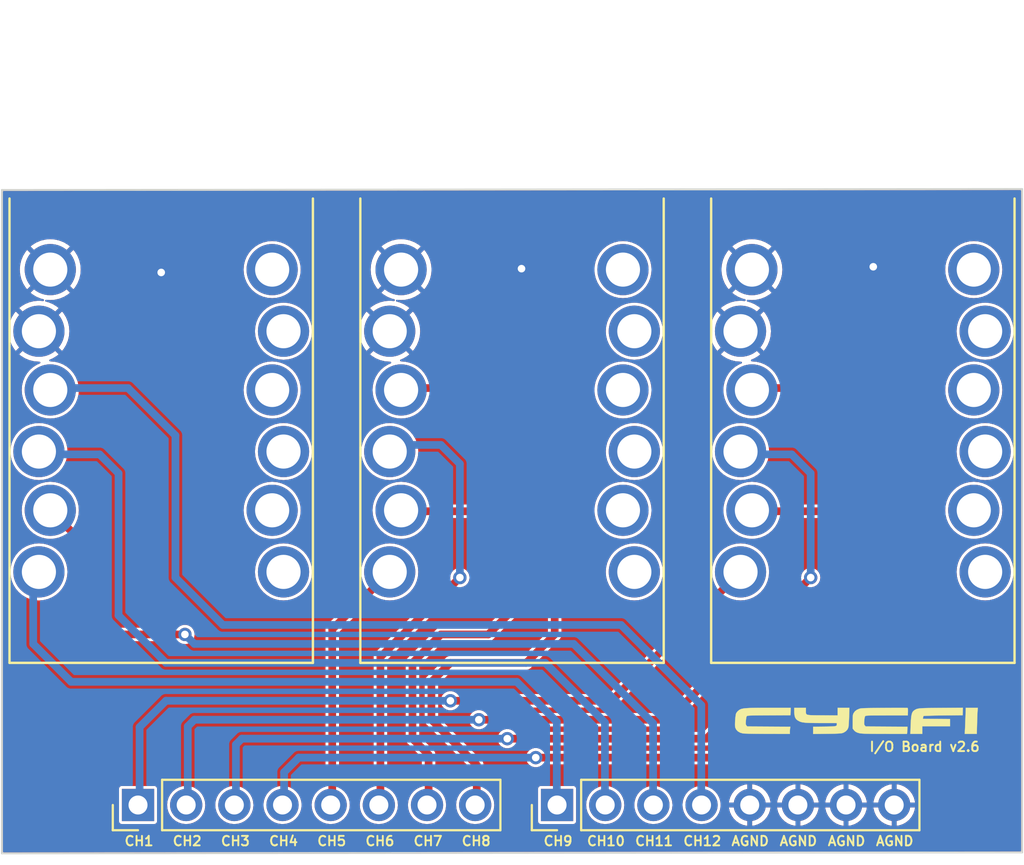
<source format=kicad_pcb>
(kicad_pcb (version 20211014) (generator pcbnew)
  (layers (0 "F.Cu" signal) (31 "B.Cu" signal) (34 "B.Paste" user) (35 "F.Paste" user) (36 "B.SilkS" user "B.Silkscreen") (37 "F.SilkS" user "F.Silkscreen") (38 "B.Mask" user) (39 "F.Mask" user) (44 "Edge.Cuts" user))
  (net 0 "")
  (net 1 "GND")
  (net 2 "CH1")
  (net 3 "CH2")
  (net 4 "CH3")
  (net 5 "CH4")
  (net 6 "CH5")
  (net 7 "CH6")
  (net 8 "CH7")
  (net 9 "CH8")
  (net 10 "CH9")
  (net 11 "CH10")
  (net 12 "CH11")
  (net 13 "CH12")
  (footprint "io_module:ZHEJINAG_CK_6.35" (layer "F.Cu") (at 130.0011 87.4786 90)
    (fp_text reference "J3" hide)
    (fp_text value "ZHEJINAG_CK_STSJACKS" hide)
    (fp_line (start -25 8) (end -25 -8) (layer "F.SilkS") (width 0.127))
    (fp_line (start -0.5 -8) (end -25 -8) (layer "F.SilkS") (width 0.127))
    (fp_line (start -0.5 8) (end -25 8) (layer "F.SilkS") (width 0.127))
    (pad "2R" thru_hole circle (at -13.85 -6.45 90) (size 2.7 2.7) (drill 1.8) (layers *.Cu *.Mask) (net 11 "CH10"))
    (pad "2RS" thru_hole circle (at -13.85 6.45 90) (size 2.7 2.7) (drill 1.8) (layers *.Cu *.Mask))
    (pad "2S" thru_hole circle (at -7.5 -6.45 90) (size 2.7 2.7) (drill 1.8) (layers *.Cu *.Mask) (net 1 "GND"))
    (pad "2SS" thru_hole circle (at -7.5 6.45 90) (size 2.7 2.7) (drill 1.8) (layers *.Cu *.Mask))
    (pad "2T" thru_hole circle (at -20.2 -6.45 90) (size 2.7 2.7) (drill 1.8) (layers *.Cu *.Mask) (net 10 "CH9"))
    (pad "2TS" thru_hole circle (at -20.2 6.45 90) (size 2.7 2.7) (drill 1.8) (layers *.Cu *.Mask))
    (pad "R" thru_hole circle (at -10.6 -5.85 90) (size 2.7 2.7) (drill 1.8) (layers *.Cu *.Mask) (net 13 "CH12"))
    (pad "RS" thru_hole circle (at -10.6 5.85 90) (size 2.7 2.7) (drill 1.8) (layers *.Cu *.Mask))
    (pad "S" thru_hole circle (at -4.25 -5.85 90) (size 2.7 2.7) (drill 1.8) (layers *.Cu *.Mask) (net 1 "GND"))
    (pad "SS" thru_hole circle (at -4.25 5.85 90) (size 2.7 2.7) (drill 1.8) (layers *.Cu *.Mask))
    (pad "T" thru_hole circle (at -16.95 -5.85 90) (size 2.7 2.7) (drill 1.8) (layers *.Cu *.Mask) (net 12 "CH11"))
    (pad "TS" thru_hole circle (at -16.95 5.85 90) (size 2.7 2.7) (drill 1.8) (layers *.Cu *.Mask))
  )
  (footprint "io_module:ZHEJINAG_CK_6.35" (layer "F.Cu") (at 148.5011 87.4786 90)
    (fp_text reference "J2" hide)
    (fp_text value "ZHEJINAG_CK_STSJACKS" hide)
    (fp_line (start -0.5 8) (end -25 8) (layer "F.SilkS") (width 0.127))
    (fp_line (start -0.5 -8) (end -25 -8) (layer "F.SilkS") (width 0.127))
    (fp_line (start -25 8) (end -25 -8) (layer "F.SilkS") (width 0.127))
    (pad "2R" thru_hole circle (at -13.85 -6.45 90) (size 2.7 2.7) (drill 1.8) (layers *.Cu *.Mask) (net 7 "CH6"))
    (pad "2RS" thru_hole circle (at -13.85 6.45 90) (size 2.7 2.7) (drill 1.8) (layers *.Cu *.Mask))
    (pad "2S" thru_hole circle (at -7.5 -6.45 90) (size 2.7 2.7) (drill 1.8) (layers *.Cu *.Mask) (net 1 "GND"))
    (pad "2SS" thru_hole circle (at -7.5 6.45 90) (size 2.7 2.7) (drill 1.8) (layers *.Cu *.Mask))
    (pad "2T" thru_hole circle (at -20.2 -6.45 90) (size 2.7 2.7) (drill 1.8) (layers *.Cu *.Mask) (net 6 "CH5"))
    (pad "2TS" thru_hole circle (at -20.2 6.45 90) (size 2.7 2.7) (drill 1.8) (layers *.Cu *.Mask))
    (pad "R" thru_hole circle (at -10.6 -5.85 90) (size 2.7 2.7) (drill 1.8) (layers *.Cu *.Mask) (net 9 "CH8"))
    (pad "RS" thru_hole circle (at -10.6 5.85 90) (size 2.7 2.7) (drill 1.8) (layers *.Cu *.Mask))
    (pad "S" thru_hole circle (at -4.25 -5.85 90) (size 2.7 2.7) (drill 1.8) (layers *.Cu *.Mask) (net 1 "GND"))
    (pad "SS" thru_hole circle (at -4.25 5.85 90) (size 2.7 2.7) (drill 1.8) (layers *.Cu *.Mask))
    (pad "T" thru_hole circle (at -16.95 -5.85 90) (size 2.7 2.7) (drill 1.8) (layers *.Cu *.Mask) (net 8 "CH7"))
    (pad "TS" thru_hole circle (at -16.95 5.85 90) (size 2.7 2.7) (drill 1.8) (layers *.Cu *.Mask))
  )
  (footprint "cycfi_library:cycfi-logo-12mm" (layer "F.Cu") (at 166.624 115.57)
    (fp_text reference "G***" hide)
    (fp_text value "LOGO" hide)
    (fp_poly (pts (xy 2.458289 -0.717293) (xy 2.579643 -0.716703) (xy 2.669247 -0.715753) (xy 2.723241 -0.714444) (xy 2.738007 -0.713246) (xy 2.750615 -0.688425) (xy 2.756507 -0.625109) (xy 2.755822 -0.521694) (xy 2.755456 -0.510748) (xy 2.748662 -0.3175) (xy 1.642195 -0.3175) (xy 1.396808 -0.317428) (xy 1.190284 -0.317135) (xy 1.019152 -0.316507) (xy 0.879941 -0.315427) (xy 0.76918 -0.31378) (xy 0.6834 -0.311452) (xy 0.619129 -0.308326) (xy 0.572897 -0.304288) (xy 0.541233 -0.299223) (xy 0.520666 -0.293014) (xy 0.507727 -0.285548) (xy 0.501437 -0.279609) (xy 0.480977 -0.238706) (xy 0.465454 -0.164463) (xy 0.454005 -0.052619) (xy 0.453209 -0.041484) (xy 0.447454 0.053968) (xy 0.446959 0.117538) (xy 0.452902 0.15948) (xy 0.466464 0.190049) (xy 0.482335 0.211667) (xy 0.525398 0.264584) (xy 2.7305 0.2782) (xy 2.7305 0.368979) (xy 2.727317 0.450662) (xy 2.719428 0.539093) (xy 2.71704 0.557963) (xy 2.703579 0.656167) (xy 1.526415 0.654484) (xy 1.251761 0.653839) (xy 1.016478 0.652705) (xy 0.817604 0.651012) (xy 0.652178 0.648694) (xy 0.51724 0.645682) (xy 0.409827 0.64191) (xy 0.32698 0.637308) (xy 0.265738 0.63181) (xy 0.223138 0.625347) (xy 0.219468 0.624575) (xy 0.098793 0.592132) (xy 0.009362 0.551688) (xy -0.059866 0.497244) (xy -0.099447 0.451258) (xy -0.15875 0.373305) (xy -0.157507 0.012028) (xy -0.156612 -0.12237) (xy -0.15446 -0.221985) (xy -0.150256 -0.294363) (xy -0.143203 -0.347051) (xy -0.132506 -0.387597) (xy -0.11737 -0.423547) (xy -0.110077 -0.437982) (xy -0.03867 -0.537444) (xy 0.06206 -0.613809) (xy 0.1905 -0.668872) (xy 0.218662 -0.677053) (xy 0.251395 -0.684041) (xy 0.292246 -0.689957) (xy 0.344758 -0.694926) (xy 0.412477 -0.699069) (xy 0.498947 -0.70251) (xy 0.607713 -0.705372) (xy 0.74232 -0.707778) (xy 0.906311 -0.70985) (xy 1.103233 -0.711713) (xy 1.336629 -0.713487) (xy 1.510341 -0.714657) (xy 1.732554 -0.715943) (xy 1.942316 -0.716846) (xy 2.135765 -0.717368) (xy 2.309043 -0.717516) (xy 2.458289 -0.717293)) (layer "F.SilkS") (width 0.01) (fill solid))
    (fp_poly (pts (xy 6.427196 -0.555625) (xy 6.422937 -0.487314) (xy 6.418036 -0.385011) (xy 6.412818 -0.257049) (xy 6.40761 -0.111758) (xy 6.40274 0.042531) (xy 6.400214 0.132292) (xy 6.38617 0.656167) (xy 5.751894 0.656167) (xy 5.764853 0.407459) (xy 5.769694 0.305374) (xy 5.775268 0.172888) (xy 5.781114 0.021915) (xy 5.786769 -0.135631) (xy 5.791541 -0.280458) (xy 5.805271 -0.719666) (xy 6.440133 -0.719666) (xy 6.427196 -0.555625)) (layer "F.SilkS") (width 0.01) (fill solid))
    (fp_poly (pts (xy -3.433497 -0.523875) (xy -3.439583 -0.328083) (xy -4.574176 -0.322609) (xy -4.823285 -0.321327) (xy -5.03347 -0.320001) (xy -5.208141 -0.318508) (xy -5.350708 -0.316723) (xy -5.46458 -0.314524) (xy -5.553168 -0.311786) (xy -5.61988 -0.308387) (xy -5.668126 -0.304202) (xy -5.701317 -0.299108) (xy -5.722861 -0.292981) (xy -5.736168 -0.285698) (xy -5.742025 -0.280276) (xy -5.762828 -0.235783) (xy -5.778991 -0.152616) (xy -5.789938 -0.042333) (xy -5.796037 0.053263) (xy -5.79682 0.116947) (xy -5.791149 0.158934) (xy -5.777888 0.18944) (xy -5.761682 0.211667) (xy -5.718769 0.264584) (xy -4.58194 0.271367) (xy -3.445112 0.278151) (xy -3.45799 0.356034) (xy -3.465768 0.425199) (xy -3.470481 0.50958) (xy -3.4711 0.545042) (xy -3.471333 0.656167) (xy -4.651375 0.653692) (xy -4.874741 0.652897) (xy -5.088305 0.65151) (xy -5.287778 0.649601) (xy -5.46887 0.64724) (xy -5.62729 0.644496) (xy -5.758751 0.641441) (xy -5.858961 0.638144) (xy -5.92363 0.634675) (xy -5.943241 0.632599) (xy -6.091356 0.591407) (xy -6.211051 0.523044) (xy -6.299432 0.429729) (xy -6.352026 0.319085) (xy -6.360918 0.260719) (xy -6.364185 0.172024) (xy -6.362512 0.063127) (xy -6.356581 -0.055848) (xy -6.347076 -0.174775) (xy -6.334681 -0.283528) (xy -6.320079 -0.371982) (xy -6.303955 -0.430012) (xy -6.301019 -0.436303) (xy -6.233427 -0.528814) (xy -6.14091 -0.606798) (xy -6.074602 -0.64263) (xy -6.030154 -0.658778) (xy -5.977749 -0.672584) (xy -5.913992 -0.684218) (xy -5.835494 -0.693851) (xy -5.738861 -0.701656) (xy -5.620701 -0.707802) (xy -5.477623 -0.712462) (xy -5.306233 -0.715807) (xy -5.103142 -0.718008) (xy -4.864955 -0.719235) (xy -4.588281 -0.719661) (xy -4.548507 -0.719666) (xy -3.427411 -0.719666) (xy -3.433497 -0.523875)) (layer "F.SilkS") (width 0.01) (fill solid))
    (fp_poly (pts (xy -2.624666 -0.564197) (xy -2.625263 -0.506358) (xy -2.624542 -0.458817) (xy -2.618735 -0.420537) (xy -2.604073 -0.390483) (xy -2.57679 -0.367618) (xy -2.533117 -0.350906) (xy -2.469286 -0.339312) (xy -2.381529 -0.331799) (xy -2.266079 -0.32733) (xy -2.119167 -0.324871) (xy -1.937025 -0.323385) (xy -1.744052 -0.322055) (xy -0.9525 -0.316027) (xy -0.9525 -0.719666) (xy -0.332129 -0.719666) (xy -0.347027 -0.248708) (xy -0.352474 -0.105526) (xy -0.359294 0.028892) (xy -0.366963 0.146846) (xy -0.374957 0.24064) (xy -0.382753 0.302574) (xy -0.385404 0.315567) (xy -0.431879 0.418739) (xy -0.512013 0.509534) (xy -0.617327 0.579636) (xy -0.681458 0.605888) (xy -0.717996 0.616114) (xy -0.762052 0.62449) (xy -0.818388 0.631272) (xy -0.891761 0.636716) (xy -0.986931 0.641081) (xy -1.108656 0.644623) (xy -1.261696 0.647598) (xy -1.450809 0.650264) (xy -1.518708 0.651082) (xy -2.243666 0.659555) (xy -2.243666 0.278655) (xy -1.654219 0.271619) (xy -1.469956 0.269181) (xy -1.323652 0.266196) (xy -1.210932 0.261828) (xy -1.127425 0.255241) (xy -1.068755 0.245599) (xy -1.030549 0.232065) (xy -1.008433 0.213805) (xy -0.998034 0.189981) (xy -0.994979 0.159759) (xy -0.994833 0.145575) (xy -0.994833 0.084667) (xy -1.772708 0.084013) (xy -2.015639 0.083284) (xy -2.220426 0.081341) (xy -2.391245 0.077887) (xy -2.532276 0.072621) (xy -2.647698 0.065248) (xy -2.741688 0.055469) (xy -2.818425 0.042985) (xy -2.882087 0.027499) (xy -2.936853 0.008712) (xy -2.959072 -0.000616) (xy -3.065769 -0.058164) (xy -3.143268 -0.126926) (xy -3.195253 -0.213675) (xy -3.22541 -0.325181) (xy -3.237424 -0.468217) (xy -3.238035 -0.513291) (xy -3.2385 -0.719666) (xy -2.624666 -0.719666) (xy -2.624666 -0.564197)) (layer "F.SilkS") (width 0.01) (fill solid))
    (fp_poly (pts (xy 5.647022 -0.525349) (xy 5.640917 -0.328083) (xy 4.620668 -0.3175) (xy 4.373222 -0.314499) (xy 4.155546 -0.310966) (xy 3.969629 -0.306961) (xy 3.817462 -0.302545) (xy 3.701035 -0.297778) (xy 3.622339 -0.292722) (xy 3.583365 -0.287438) (xy 3.579647 -0.28575) (xy 3.562517 -0.250644) (xy 3.552145 -0.201083) (xy 3.545417 -0.137583) (xy 4.974167 -0.126437) (xy 4.974167 0.254) (xy 3.513667 0.254) (xy 3.513667 0.656167) (xy 2.884029 0.656167) (xy 2.893366 0.365125) (xy 2.901406 0.147314) (xy 2.910825 -0.032472) (xy 2.922507 -0.17854) (xy 2.937334 -0.295194) (xy 2.956186 -0.386742) (xy 2.979947 -0.457489) (xy 3.009498 -0.51174) (xy 3.045721 -0.553801) (xy 3.088463 -0.587291) (xy 3.126564 -0.612116) (xy 3.162878 -0.633239) (xy 3.201054 -0.650986) (xy 3.244737 -0.665683) (xy 3.297576 -0.677656) (xy 3.363218 -0.687231) (xy 3.445308 -0.694733) (xy 3.547496 -0.700487) (xy 3.673428 -0.70482) (xy 3.82675 -0.708057) (xy 4.011111 -0.710524) (xy 4.230158 -0.712546) (xy 4.487537 -0.714449) (xy 4.514606 -0.714639) (xy 5.653128 -0.722613) (xy 5.647022 -0.525349)) (layer "F.SilkS") (width 0.01) (fill solid))
  )
  (footprint "io_module:ZHEJINAG_CK_6.35" (layer "F.Cu") (at 167.0011 87.4786 90)
    (fp_text reference "J1" hide)
    (fp_text value "ZHEJINAG_CK_STSJACKS" hide)
    (fp_line (start -25 8) (end -25 -8) (layer "F.SilkS") (width 0.127))
    (fp_line (start -0.5 -8) (end -25 -8) (layer "F.SilkS") (width 0.127))
    (fp_line (start -0.5 8) (end -25 8) (layer "F.SilkS") (width 0.127))
    (pad "2R" thru_hole circle (at -13.85 -6.45 90) (size 2.7 2.7) (drill 1.8) (layers *.Cu *.Mask) (net 3 "CH2"))
    (pad "2RS" thru_hole circle (at -13.85 6.45 90) (size 2.7 2.7) (drill 1.8) (layers *.Cu *.Mask))
    (pad "2S" thru_hole circle (at -7.5 -6.45 90) (size 2.7 2.7) (drill 1.8) (layers *.Cu *.Mask) (net 1 "GND"))
    (pad "2SS" thru_hole circle (at -7.5 6.45 90) (size 2.7 2.7) (drill 1.8) (layers *.Cu *.Mask))
    (pad "2T" thru_hole circle (at -20.2 -6.45 90) (size 2.7 2.7) (drill 1.8) (layers *.Cu *.Mask) (net 2 "CH1"))
    (pad "2TS" thru_hole circle (at -20.2 6.45 90) (size 2.7 2.7) (drill 1.8) (layers *.Cu *.Mask))
    (pad "R" thru_hole circle (at -10.6 -5.85 90) (size 2.7 2.7) (drill 1.8) (layers *.Cu *.Mask) (net 5 "CH4"))
    (pad "RS" thru_hole circle (at -10.6 5.85 90) (size 2.7 2.7) (drill 1.8) (layers *.Cu *.Mask))
    (pad "S" thru_hole circle (at -4.25 -5.85 90) (size 2.7 2.7) (drill 1.8) (layers *.Cu *.Mask) (net 1 "GND"))
    (pad "SS" thru_hole circle (at -4.25 5.85 90) (size 2.7 2.7) (drill 1.8) (layers *.Cu *.Mask))
    (pad "T" thru_hole circle (at -16.95 -5.85 90) (size 2.7 2.7) (drill 1.8) (layers *.Cu *.Mask) (net 4 "CH3"))
    (pad "TS" thru_hole circle (at -16.95 5.85 90) (size 2.7 2.7) (drill 1.8) (layers *.Cu *.Mask))
  )
  (footprint "Connector_PinHeader_2.54mm:PinHeader_1x08_P2.54mm_Vertical" (layer "F.Cu") (at 150.876 119.9786 90)
    (fp_text reference "H2" hide)
    (fp_text value "MA08-1")
    (fp_line (start -1.33 0) (end -1.33 -1.33) (layer "F.SilkS") (width 0.12))
    (fp_line (start -1.33 1.27) (end 1.33 1.27) (layer "F.SilkS") (width 0.12))
    (fp_line (start -1.33 -1.33) (end 0 -1.33) (layer "F.SilkS") (width 0.12))
    (fp_line (start 1.33 1.27) (end 1.33 19.11) (layer "F.SilkS") (width 0.12))
    (fp_line (start -1.33 1.27) (end -1.33 19.11) (layer "F.SilkS") (width 0.12))
    (fp_line (start -1.33 19.11) (end 1.33 19.11) (layer "F.SilkS") (width 0.12))
    (pad "1" thru_hole rect (at 0 0 90) (size 1.7 1.7) (drill 1) (layers *.Cu *.Mask) (net 10 "CH9"))
    (pad "2" thru_hole oval (at 0 2.54 90) (size 1.7 1.7) (drill 1) (layers *.Cu *.Mask) (net 11 "CH10"))
    (pad "3" thru_hole oval (at 0 5.08 90) (size 1.7 1.7) (drill 1) (layers *.Cu *.Mask) (net 12 "CH11"))
    (pad "4" thru_hole oval (at 0 7.62 90) (size 1.7 1.7) (drill 1) (layers *.Cu *.Mask) (net 13 "CH12"))
    (pad "5" thru_hole oval (at 0 10.16 90) (size 1.7 1.7) (drill 1) (layers *.Cu *.Mask) (net 1 "GND"))
    (pad "6" thru_hole oval (at 0 12.7 90) (size 1.7 1.7) (drill 1) (layers *.Cu *.Mask) (net 1 "GND"))
    (pad "7" thru_hole oval (at 0 15.24 90) (size 1.7 1.7) (drill 1) (layers *.Cu *.Mask) (net 1 "GND"))
    (pad "8" thru_hole oval (at 0 17.78 90) (size 1.7 1.7) (drill 1) (layers *.Cu *.Mask) (net 1 "GND"))
  )
  (footprint "Connector_PinHeader_2.54mm:PinHeader_1x08_P2.54mm_Vertical" (layer "F.Cu") (at 128.778 119.9786 90)
    (fp_text reference "H1" hide)
    (fp_text value "MA08-1")
    (fp_line (start -1.33 19.11) (end 1.33 19.11) (layer "F.SilkS") (width 0.12))
    (fp_line (start 1.33 1.27) (end 1.33 19.11) (layer "F.SilkS") (width 0.12))
    (fp_line (start -1.33 -1.33) (end 0 -1.33) (layer "F.SilkS") (width 0.12))
    (fp_line (start -1.33 1.27) (end 1.33 1.27) (layer "F.SilkS") (width 0.12))
    (fp_line (start -1.33 1.27) (end -1.33 19.11) (layer "F.SilkS") (width 0.12))
    (fp_line (start -1.33 0) (end -1.33 -1.33) (layer "F.SilkS") (width 0.12))
    (pad "1" thru_hole rect (at 0 0 90) (size 1.7 1.7) (drill 1) (layers *.Cu *.Mask) (net 2 "CH1"))
    (pad "2" thru_hole oval (at 0 2.54 90) (size 1.7 1.7) (drill 1) (layers *.Cu *.Mask) (net 3 "CH2"))
    (pad "3" thru_hole oval (at 0 5.08 90) (size 1.7 1.7) (drill 1) (layers *.Cu *.Mask) (net 4 "CH3"))
    (pad "4" thru_hole oval (at 0 7.62 90) (size 1.7 1.7) (drill 1) (layers *.Cu *.Mask) (net 5 "CH4"))
    (pad "5" thru_hole oval (at 0 10.16 90) (size 1.7 1.7) (drill 1) (layers *.Cu *.Mask) (net 6 "CH5"))
    (pad "6" thru_hole oval (at 0 12.7 90) (size 1.7 1.7) (drill 1) (layers *.Cu *.Mask) (net 7 "CH6"))
    (pad "7" thru_hole oval (at 0 15.24 90) (size 1.7 1.7) (drill 1) (layers *.Cu *.Mask) (net 8 "CH7"))
    (pad "8" thru_hole oval (at 0 17.78 90) (size 1.7 1.7) (drill 1) (layers *.Cu *.Mask) (net 9 "CH8"))
  )
  (gr_line (start 121.6011 87.5286) (end 121.6011 122.5286) (layer "Edge.Cuts") (width 0.1))
  (gr_line (start 175.4011 87.4786) (end 175.4011 122.4786) (layer "Edge.Cuts") (width 0.1))
  (gr_line (start 121.6011 122.5286) (end 175.4011 122.4786) (layer "Edge.Cuts") (width 0.1))
  (gr_line (start 175.4011 87.4786) (end 121.6011 87.5286) (layer "Edge.Cuts") (width 0.1))
  (gr_text "CH3" (at 133.096 122.174) (layer "F.SilkS") (effects (font (size 0.5 0.5) (thickness 0.1)) (justify left bottom)))
  (gr_text "I/O Board v2.6" (at 167.3 117.2) (layer "F.SilkS") (effects (font (size 0.5 0.5) (thickness 0.1)) (justify left bottom)))
  (gr_text "AGND" (at 162.56 122.174) (layer "F.SilkS") (effects (font (size 0.5 0.5) (thickness 0.1)) (justify left bottom)))
  (gr_text "CH8" (at 145.796 122.174) (layer "F.SilkS") (effects (font (size 0.5 0.5) (thickness 0.1)) (justify left bottom)))
  (gr_text "CH7" (at 143.256 122.174) (layer "F.SilkS") (effects (font (size 0.5 0.5) (thickness 0.1)) (justify left bottom)))
  (gr_text "CH2" (at 130.556 122.174) (layer "F.SilkS") (effects (font (size 0.5 0.5) (thickness 0.1)) (justify left bottom)))
  (gr_text "CH1" (at 128.016 122.174) (layer "F.SilkS") (effects (font (size 0.5 0.5) (thickness 0.1)) (justify left bottom)))
  (gr_text "AGND" (at 167.64 122.174) (layer "F.SilkS") (effects (font (size 0.5 0.5) (thickness 0.1)) (justify left bottom)))
  (gr_text "CH4" (at 135.636 122.174) (layer "F.SilkS") (effects (font (size 0.5 0.5) (thickness 0.1)) (justify left bottom)))
  (gr_text "AGND" (at 160.02 122.174) (layer "F.SilkS") (effects (font (size 0.5 0.5) (thickness 0.1)) (justify left bottom)))
  (gr_text "CH11" (at 154.94 122.174) (layer "F.SilkS") (effects (font (size 0.5 0.5) (thickness 0.1)) (justify left bottom)))
  (gr_text "CH6" (at 140.716 122.174) (layer "F.SilkS") (effects (font (size 0.5 0.5) (thickness 0.1)) (justify left bottom)))
  (gr_text "CH5" (at 138.176 122.174) (layer "F.SilkS") (effects (font (size 0.5 0.5) (thickness 0.1)) (justify left bottom)))
  (gr_text "CH12" (at 157.48 122.174) (layer "F.SilkS") (effects (font (size 0.5 0.5) (thickness 0.1)) (justify left bottom)))
  (gr_text "CH10" (at 152.4 122.174) (layer "F.SilkS") (effects (font (size 0.5 0.5) (thickness 0.1)) (justify left bottom)))
  (gr_text "AGND" (at 165.1 122.174) (layer "F.SilkS") (effects (font (size 0.5 0.5) (thickness 0.1)) (justify left bottom)))
  (gr_text "CH9" (at 150.114 122.174) (layer "F.SilkS") (effects (font (size 0.5 0.5) (thickness 0.1)) (justify left bottom)))
  (via (at 149.0011 91.6786) (size 0.7048) (drill 0.4) (layers "F.Cu" "B.Cu") (net 1))
  (via (at 130.0011 91.8786) (size 0.7048) (drill 0.4) (layers "F.Cu" "B.Cu") (net 1))
  (via (at 167.5511 91.5786) (size 0.7048) (drill 0.4) (layers "F.Cu" "B.Cu") (net 1))
  (segment (start 145.2511 114.4786) (end 153.7511 114.4786) (width 0.4064) (layer "F.Cu") (net 2))
  (segment (start 153.7511 114.4786) (end 160.5511 107.6786) (width 0.4064) (layer "F.Cu") (net 2))
  (via (at 145.2511 114.4786) (size 0.7048) (drill 0.4) (layers "F.Cu" "B.Cu") (net 2))
  (segment (start 130.2511 114.4786) (end 145.2511 114.4786) (width 0.4064) (layer "B.Cu") (net 2))
  (segment (start 128.8611 119.9786) (end 128.8611 115.8686) (width 0.4064) (layer "B.Cu") (net 2))
  (segment (start 128.8611 115.8686) (end 130.2511 114.4786) (width 0.4064) (layer "B.Cu") (net 2))
  (segment (start 156.7511 115.4786) (end 164.2511 107.9786) (width 0.4064) (layer "F.Cu") (net 3))
  (segment (start 146.7511 115.4786) (end 156.7511 115.4786) (width 0.4064) (layer "F.Cu") (net 3))
  (via (at 146.7511 115.4786) (size 0.7048) (drill 0.4) (layers "F.Cu" "B.Cu") (net 3))
  (via (at 164.2511 107.9786) (size 0.7048) (drill 0.4) (layers "F.Cu" "B.Cu") (net 3))
  (segment (start 164.2511 107.9786) (end 164.2511 102.4786) (width 0.4064) (layer "B.Cu") (net 3))
  (segment (start 164.2511 102.4786) (end 163.2511 101.4786) (width 0.4064) (layer "B.Cu") (net 3))
  (segment (start 131.4011 119.9786) (end 131.4011 115.8286) (width 0.4064) (layer "B.Cu") (net 3))
  (segment (start 131.4011 115.8286) (end 131.7511 115.4786) (width 0.4064) (layer "B.Cu") (net 3))
  (segment (start 163.2511 101.4786) (end 160.7011 101.4786) (width 0.4064) (layer "B.Cu") (net 3))
  (segment (start 131.7511 115.4786) (end 146.7511 115.4786) (width 0.4064) (layer "B.Cu") (net 3))
  (segment (start 160.7011 101.4786) (end 160.5511 101.3286) (width 0.4064) (layer "B.Cu") (net 3))
  (segment (start 161.2011 104.4786) (end 161.1511 104.4286) (width 0.4064) (layer "F.Cu") (net 4))
  (segment (start 165.2511 104.4786) (end 161.2011 104.4786) (width 0.4064) (layer "F.Cu") (net 4))
  (segment (start 148.2511 116.4786) (end 158.7511 116.4786) (width 0.4064) (layer "F.Cu") (net 4))
  (segment (start 166.2511 108.9786) (end 166.2511 105.4786) (width 0.4064) (layer "F.Cu") (net 4))
  (segment (start 166.2511 105.4786) (end 165.2511 104.4786) (width 0.4064) (layer "F.Cu") (net 4))
  (segment (start 158.7511 116.4786) (end 166.2511 108.9786) (width 0.4064) (layer "F.Cu") (net 4))
  (via (at 148.2511 116.4786) (size 0.7048) (drill 0.4) (layers "F.Cu" "B.Cu") (net 4))
  (segment (start 134.2511 116.4786) (end 148.2511 116.4786) (width 0.4064) (layer "B.Cu") (net 4))
  (segment (start 133.9411 116.7886) (end 134.2511 116.4786) (width 0.4064) (layer "B.Cu") (net 4))
  (segment (start 133.9411 119.9786) (end 133.9411 116.7886) (width 0.4064) (layer "B.Cu") (net 4))
  (segment (start 167.7511 110.4786) (end 167.7511 100.4786) (width 0.4064) (layer "F.Cu") (net 5))
  (segment (start 160.7511 117.4786) (end 167.7511 110.4786) (width 0.4064) (layer "F.Cu") (net 5))
  (segment (start 149.7511 117.4786) (end 160.7511 117.4786) (width 0.4064) (layer "F.Cu") (net 5))
  (segment (start 167.7511 100.4786) (end 165.2511 97.9786) (width 0.4064) (layer "F.Cu") (net 5))
  (segment (start 161.2511 97.9786) (end 161.1511 98.0786) (width 0.4064) (layer "F.Cu") (net 5))
  (segment (start 165.2511 97.9786) (end 161.2511 97.9786) (width 0.4064) (layer "F.Cu") (net 5))
  (via (at 149.7511 117.4786) (size 0.7048) (drill 0.4) (layers "F.Cu" "B.Cu") (net 5))
  (segment (start 136.4811 118.2486) (end 137.2511 117.4786) (width 0.4064) (layer "B.Cu") (net 5))
  (segment (start 136.4811 119.9786) (end 136.4811 118.2486) (width 0.4064) (layer "B.Cu") (net 5))
  (segment (start 137.2511 117.4786) (end 149.7511 117.4786) (width 0.4064) (layer "B.Cu") (net 5))
  (segment (start 139.0211 119.9786) (end 139.0211 110.7086) (width 0.4064) (layer "F.Cu") (net 6))
  (segment (start 139.0211 110.7086) (end 142.0511 107.6786) (width 0.4064) (layer "F.Cu") (net 6))
  (segment (start 141.5611 112.1686) (end 145.7511 107.9786) (width 0.4064) (layer "F.Cu") (net 7))
  (segment (start 141.5611 119.9786) (end 141.5611 112.1686) (width 0.4064) (layer "F.Cu") (net 7))
  (via (at 145.7511 107.9786) (size 0.7048) (drill 0.4) (layers "F.Cu" "B.Cu") (net 7))
  (segment (start 145.7511 107.9786) (end 145.7511 101.9786) (width 0.4064) (layer "B.Cu") (net 7))
  (segment (start 142.4011 100.9786) (end 142.0511 101.3286) (width 0.4064) (layer "B.Cu") (net 7))
  (segment (start 145.7511 101.9786) (end 144.7511 100.9786) (width 0.4064) (layer "B.Cu") (net 7))
  (segment (start 144.7511 100.9786) (end 142.4011 100.9786) (width 0.4064) (layer "B.Cu") (net 7))
  (segment (start 147.2511 110.9786) (end 148.7511 109.4786) (width 0.4064) (layer "F.Cu") (net 8))
  (segment (start 143.2511 116.4786) (end 143.2511 112.4786) (width 0.4064) (layer "F.Cu") (net 8))
  (segment (start 144.1011 117.3286) (end 143.2511 116.4786) (width 0.4064) (layer "F.Cu") (net 8))
  (segment (start 148.7511 109.4786) (end 148.7511 105.9786) (width 0.4064) (layer "F.Cu") (net 8))
  (segment (start 142.7011 104.4786) (end 142.6511 104.4286) (width 0.4064) (layer "F.Cu") (net 8))
  (segment (start 147.2511 104.4786) (end 142.7011 104.4786) (width 0.4064) (layer "F.Cu") (net 8))
  (segment (start 148.7511 105.9786) (end 147.2511 104.4786) (width 0.4064) (layer "F.Cu") (net 8))
  (segment (start 144.7511 110.9786) (end 147.2511 110.9786) (width 0.4064) (layer "F.Cu") (net 8))
  (segment (start 144.1011 119.9786) (end 144.1011 117.3286) (width 0.4064) (layer "F.Cu") (net 8))
  (segment (start 143.2511 112.4786) (end 144.7511 110.9786) (width 0.4064) (layer "F.Cu") (net 8))
  (segment (start 142.7511 97.9786) (end 142.6511 98.0786) (width 0.4064) (layer "F.Cu") (net 9))
  (segment (start 150.7511 110.9786) (end 150.7511 99.9786) (width 0.4064) (layer "F.Cu") (net 9))
  (segment (start 150.7511 99.9786) (end 148.7511 97.9786) (width 0.4064) (layer "F.Cu") (net 9))
  (segment (start 146.6411 119.9786) (end 146.6411 117.8686) (width 0.4064) (layer "F.Cu") (net 9))
  (segment (start 144.2511 113.4786) (end 145.2511 112.4786) (width 0.4064) (layer "F.Cu") (net 9))
  (segment (start 149.2511 112.4786) (end 150.7511 110.9786) (width 0.4064) (layer "F.Cu") (net 9))
  (segment (start 148.7511 97.9786) (end 142.7511 97.9786) (width 0.4064) (layer "F.Cu") (net 9))
  (segment (start 146.6411 117.8686) (end 144.2511 115.4786) (width 0.4064) (layer "F.Cu") (net 9))
  (segment (start 145.2511 112.4786) (end 149.2511 112.4786) (width 0.4064) (layer "F.Cu") (net 9))
  (segment (start 144.2511 115.4786) (end 144.2511 113.4786) (width 0.4064) (layer "F.Cu") (net 9))
  (segment (start 125.2511 113.4786) (end 123.2511 111.4786) (width 0.4064) (layer "B.Cu") (net 10))
  (segment (start 123.2511 107.9786) (end 123.5511 107.6786) (width 0.4064) (layer "B.Cu") (net 10))
  (segment (start 150.8611 119.9786) (end 150.8611 115.5886) (width 0.4064) (layer "B.Cu") (net 10))
  (segment (start 123.2511 111.4786) (end 123.2511 107.9786) (width 0.4064) (layer "B.Cu") (net 10))
  (segment (start 148.7511 113.4786) (end 125.2511 113.4786) (width 0.4064) (layer "B.Cu") (net 10))
  (segment (start 150.8611 115.5886) (end 148.7511 113.4786) (width 0.4064) (layer "B.Cu") (net 10))
  (segment (start 130.2511 112.4786) (end 127.7511 109.9786) (width 0.4064) (layer "B.Cu") (net 11))
  (segment (start 150.2511 112.4786) (end 130.2511 112.4786) (width 0.4064) (layer "B.Cu") (net 11))
  (segment (start 126.7511 101.4786) (end 123.7011 101.4786) (width 0.4064) (layer "B.Cu") (net 11))
  (segment (start 123.7011 101.4786) (end 123.5511 101.3286) (width 0.4064) (layer "B.Cu") (net 11))
  (segment (start 153.4011 115.6286) (end 150.2511 112.4786) (width 0.4064) (layer "B.Cu") (net 11))
  (segment (start 153.4011 119.9786) (end 153.4011 115.6286) (width 0.4064) (layer "B.Cu") (net 11))
  (segment (start 127.7511 109.9786) (end 127.7511 102.4786) (width 0.4064) (layer "B.Cu") (net 11))
  (segment (start 127.7511 102.4786) (end 126.7511 101.4786) (width 0.4064) (layer "B.Cu") (net 11))
  (segment (start 126.2511 109.9786) (end 126.2511 106.5286) (width 0.4064) (layer "F.Cu") (net 12))
  (segment (start 126.2511 106.5286) (end 124.1511 104.4286) (width 0.4064) (layer "F.Cu") (net 12))
  (segment (start 127.2511 110.9786) (end 126.2511 109.9786) (width 0.4064) (layer "F.Cu") (net 12))
  (segment (start 131.2511 110.9786) (end 127.2511 110.9786) (width 0.4064) (layer "F.Cu") (net 12))
  (via (at 131.2511 110.9786) (size 0.7048) (drill 0.4) (layers "F.Cu" "B.Cu") (net 12))
  (segment (start 151.7511 111.4786) (end 131.7511 111.4786) (width 0.4064) (layer "B.Cu") (net 12))
  (segment (start 155.9411 119.9786) (end 155.9411 115.6686) (width 0.4064) (layer "B.Cu") (net 12))
  (segment (start 155.9411 115.6686) (end 151.7511 111.4786) (width 0.4064) (layer "B.Cu") (net 12))
  (segment (start 131.7511 111.4786) (end 131.2511 110.9786) (width 0.4064) (layer "B.Cu") (net 12))
  (segment (start 124.2511 97.9786) (end 124.1511 98.0786) (width 0.4064) (layer "B.Cu") (net 13))
  (segment (start 158.4811 119.9786) (end 158.4811 114.7086) (width 0.4064) (layer "B.Cu") (net 13))
  (segment (start 130.7511 107.9786) (end 130.7511 100.4786) (width 0.4064) (layer "B.Cu") (net 13))
  (segment (start 128.2511 97.9786) (end 124.2511 97.9786) (width 0.4064) (layer "B.Cu") (net 13))
  (segment (start 130.7511 100.4786) (end 128.2511 97.9786) (width 0.4064) (layer "B.Cu") (net 13))
  (segment (start 154.2511 110.4786) (end 133.2511 110.4786) (width 0.4064) (layer "B.Cu") (net 13))
  (segment (start 133.2511 110.4786) (end 130.7511 107.9786) (width 0.4064) (layer "B.Cu") (net 13))
  (segment (start 158.4811 114.7086) (end 154.2511 110.4786) (width 0.4064) (layer "B.Cu") (net 13))
  (zone (net 1) (net_name "GND") (layer "F.Cu") (priority 6) (connect_pads (clearance 0.000001)) (min_thickness 0.1016) (fill yes (thermal_gap 0.2532) (thermal_bridge_width 0.2532))
    (polygon (pts (xy 175.5027 122.5802) (xy 121.4995 122.5802) (xy 121.4995 87.377) (xy 175.5027 87.377)))
  )
  (zone (net 1) (net_name "GND") (layer "B.Cu") (priority 6) (connect_pads (clearance 0.000001)) (min_thickness 0.1016) (fill yes (thermal_gap 0.2532) (thermal_bridge_width 0.2532))
    (polygon (pts (xy 175.5027 122.5802) (xy 121.4995 122.5802) (xy 121.4995 87.377) (xy 175.5027 87.377)))
  )
)
</source>
